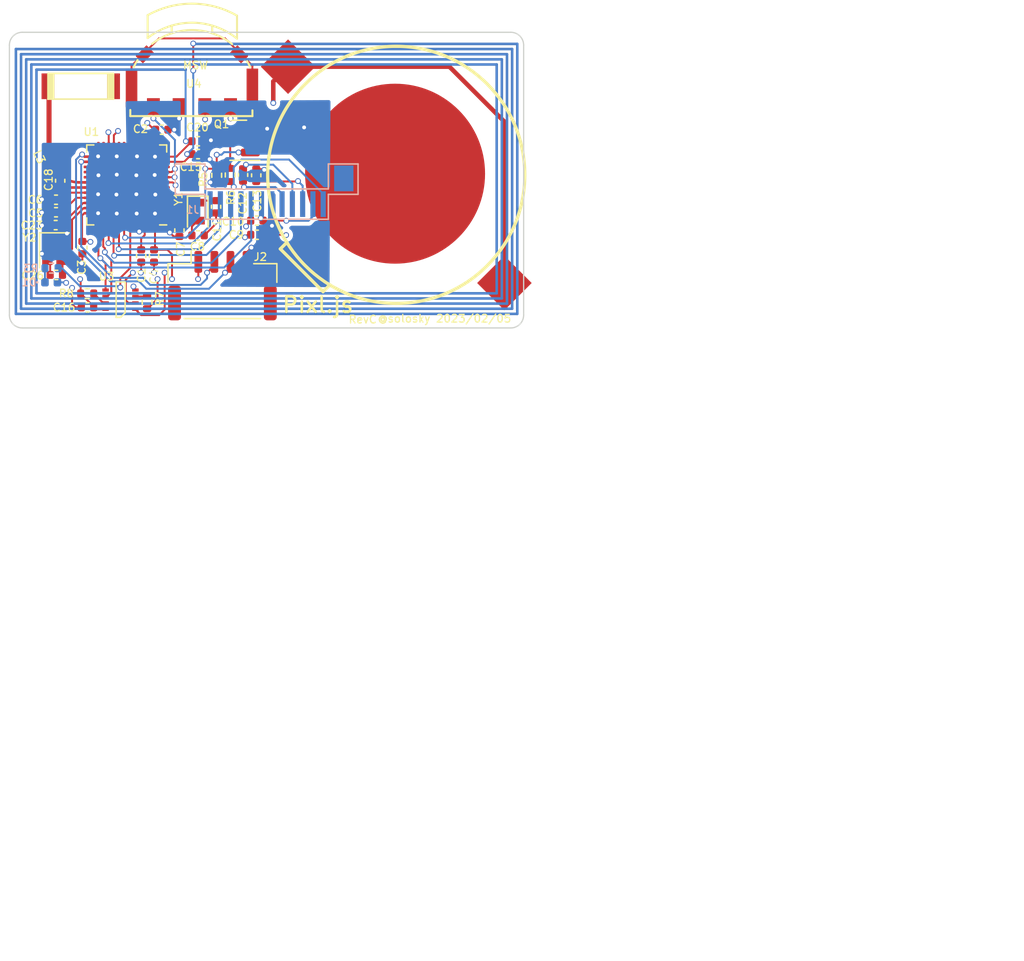
<source format=kicad_pcb>
(kicad_pcb (version 20211014) (generator pcbnew)
  (layers (0 "F.Cu" jumper) (1 "In1.Cu" signal) (2 "In2.Cu" signal) (31 "B.Cu" jumper) (34 "B.Paste" user) (35 "F.Paste" user) (36 "B.SilkS" user "B.Silkscreen") (37 "F.SilkS" user "F.Silkscreen") (38 "B.Mask" user) (39 "F.Mask" user) (44 "Edge.Cuts" user))
  (net 0 "")
  (net 1 "Net-(AE1-Pad1)")
  (net 2 "Net-(AE2-Pad1)")
  (net 3 "Net-(AE2-Pad2)")
  (net 5 "GND")
  (net 6 "Net-(C1-Pad2)")
  (net 7 "Net-(C5-Pad2)")
  (net 8 "Net-(C6-Pad2)")
  (net 9 "Net-(C7-Pad2)")
  (net 10 "Net-(C8-Pad2)")
  (net 11 "Net-(C11-Pad2)")
  (net 12 "Net-(C12-Pad2)")
  (net 13 "Net-(C13-Pad2)")
  (net 14 "Net-(C12-Pad1)")
  (net 15 "Net-(C18-Pad2)")
  (net 16 "Net-(J1-Pad12)")
  (net 17 "/BL")
  (net 18 "Net-(Q1-Pad3)")
  (net 19 "/K3")
  (net 20 "Net-(C23-Pad2)")
  (net 21 "unconnected-(U4-Pad5)")
  (net 22 "Net-(C26-Pad2)")
  (net 23 "Net-(D1-Pad1)")
  (net 24 "+3V3")
  (net 25 "/SDA")
  (net 26 "/SCL")
  (net 27 "/CSB")
  (net 28 "/DC")
  (net 29 "/RSTN")
  (net 30 "/SWDIO")
  (net 31 "/SWDCLK")
  (net 36 "/LED")
  (net 43 "Net-(R7-Pad1)")
  (net 45 "/K1")
  (net 46 "/K2")
  (net 47 "Net-(R8-Pad1)")
  (net 52 "/CSF")
  (net 53 "/SDI")
  (footprint "Resistor_SMD:R_0402_1005Metric" (layer "F.Cu") (at 90.125 72.125 90)
    (fp_text reference "R5")
    (fp_text value "10K")
  )
  (footprint "Capacitor_SMD:C_0402_1005Metric" (layer "F.Cu") (at 77.625 74.025)
    (fp_text reference "C6")
    (fp_text value "0.1uF")
  )
  (footprint "Package_DFN_QFN:QFN-48-1EP_6x6mm_P0.4mm_EP4.6x4.6mm" (layer "F.Cu") (at 83.125 72.875 180)
    (fp_text reference "U1")
    (fp_text value "nRF52832-QFxx")
  )
  (footprint "Inductor_SMD:L_0402_1005Metric" (layer "F.Cu") (at 77.35 70.525 -65)
    (fp_text reference "L3")
    (fp_text value "3.9nH")
  )
  (footprint "Capacitor_SMD:C_0402_1005Metric" (layer "F.Cu") (at 79.675 77.75 -90)
    (fp_text reference "C3")
    (fp_text value "0.1uF")
  )
  (footprint "MyLib:BAT-SMD_CR2032-3V" (layer "F.Cu") (at 104.089803 72.089803 45)
    (fp_text reference "BT1" hide)
    (fp_text value "Battery_Cell" hide)
  )
  (footprint "Capacitor_SMD:C_0402_1005Metric" (layer "F.Cu") (at 90.075 74.575 90)
    (fp_text reference "C11")
    (fp_text value "12pF")
  )
  (footprint "Capacitor_SMD:C_0402_1005Metric" (layer "F.Cu") (at 77.6 76)
    (fp_text reference "C23")
    (fp_text value "12pF")
  )
  (footprint "MyLib:MSW" (layer "F.Cu") (at 88.2 65.825)
    (fp_text reference "U4")
    (fp_text value "MSW")
  )
  (footprint "Crystal:Crystal_SMD_2016-4Pin_2.0x1.6mm" (layer "F.Cu") (at 77.5 77.95 -90)
    (fp_text reference "Y2")
    (fp_text value "32MHz")
  )
  (footprint "Resistor_SMD:R_0402_1005Metric" (layer "F.Cu") (at 91.175 72.1 -90)
    (fp_text reference "R6")
    (fp_text value "1K")
  )
  (footprint "Crystal:Crystal_SMD_2012-2Pin_2.0x1.2mm" (layer "F.Cu") (at 88.65 74.95 -90)
    (fp_text reference "Y1")
    (fp_text value "32.768K")
  )
  (footprint "MyLib:JST_GH_SM04B-GHS-TB_1x04-1MP_P1.25mm_Horizontal" (layer "F.Cu") (at 90.57 80.71)
    (fp_text reference "J2")
    (fp_text value "Conn_01x04")
  )
  (footprint "Capacitor_SMD:C_0402_1005Metric" (layer "F.Cu") (at 88.675 76.8 180)
    (fp_text reference "C8")
    (fp_text value "12pF")
  )
  (footprint "Capacitor_SMD:C_0402_1005Metric" (layer "F.Cu") (at 85.25 78.4 -90)
    (fp_text reference "C4")
    (fp_text value "4.7uF")
  )
  (footprint "Capacitor_SMD:C_0402_1005Metric" (layer "F.Cu") (at 80.075 82.4 180)
    (fp_text reference "C16")
    (fp_text value "0.1uF")
  )
  (footprint "Capacitor_SMD:C_0402_1005Metric" (layer "F.Cu") (at 93.2 72.125 -90)
    (fp_text reference "C13")
    (fp_text value "1uF/16V")
  )
  (footprint "Capacitor_SMD:C_0402_1005Metric" (layer "F.Cu") (at 88.675 69.475)
    (fp_text reference "C20")
    (fp_text value "180pF")
  )
  (footprint "Resistor_SMD:R_0402_1005Metric" (layer "F.Cu") (at 80.05 81.325 180)
    (fp_text reference "R8")
    (fp_text value "4.7K")
  )
  (footprint "MyLib:USON-8_3x2mm_0.5pich" (layer "F.Cu") (at 82.65 81.8 90)
    (fp_text reference "U3")
    (fp_text value "GD25Q16C")
  )
  (footprint "Capacitor_SMD:C_0402_1005Metric" (layer "F.Cu") (at 77.65 79.875)
    (fp_text reference "C26")
    (fp_text value "12pF")
  )
  (footprint "Capacitor_SMD:C_0402_1005Metric" (layer "F.Cu") (at 93.25 76.75 180)
    (fp_text reference "C9")
    (fp_text value "10uF")
  )
  (footprint "MyLib:AN2051" (layer "F.Cu") (at 79.55 65.2)
    (fp_text reference "AE1" hide)
    (fp_text value "Antenna")
  )
  (footprint "Resistor_SMD:R_0402_1005Metric" (layer "F.Cu") (at 84.71 81.99 -90)
    (fp_text reference "R7")
    (fp_text value "4.7K")
  )
  (footprint "Capacitor_SMD:C_0402_1005Metric" (layer "F.Cu") (at 77.95 72.55 90)
    (fp_text reference "C18")
    (fp_text value "0.8pF")
  )
  (footprint "Capacitor_SMD:C_0402_1005Metric" (layer "F.Cu") (at 85.85 68.575)
    (fp_text reference "C2")
    (fp_text value "0.1uF")
  )
  (footprint "Capacitor_SMD:C_0402_1005Metric" (layer "F.Cu") (at 93.25 75.65 180)
    (fp_text reference "C10")
    (fp_text value "0.1uF")
  )
  (footprint "Capacitor_SMD:C_0402_1005Metric" (layer "F.Cu") (at 77.625 75)
    (fp_text reference "C5")
    (fp_text value "0.1uF")
  )
  (footprint "Capacitor_SMD:C_0402_1005Metric" (layer "F.Cu") (at 84.25 78.4 90)
    (fp_text reference "C1")
    (fp_text value "1uF")
  )
  (footprint "Capacitor_SMD:C_0402_1005Metric" (layer "F.Cu") (at 88.675 70.475 180)
    (fp_text reference "C15")
    (fp_text value "180pF")
  )
  (footprint "Capacitor_SMD:C_0402_1005Metric" (layer "F.Cu") (at 92.175 72.1 -90)
    (fp_text reference "C12")
    (fp_text value "1uF/25V")
  )
  (footprint "Package_TO_SOT_SMD:SOT-23" (layer "F.Cu") (at 91.8 69.4 180)
    (fp_text reference "Q1")
    (fp_text value "AO3400A")
  )
  (footprint "Capacitor_SMD:C_0402_1005Metric" (layer "F.Cu") (at 87.225 76.4 90)
    (fp_text reference "C7")
    (fp_text value "0.1uF")
  )
  (footprint "Resistor_SMD:R_0402_1005Metric" (layer "B.Cu") (at 77.275 79.35)
    (fp_text reference "R3")
    (fp_text value "10K")
  )
  (footprint "LED_SMD:LED_0402_1005Metric" (layer "B.Cu") (at 77.25 80.45)
    (fp_text reference "D1")
    (fp_text value "LED_Small")
  )
  (footprint "MyLib:FPC_12 0.8mm" (layer "B.Cu") (at 94.01 74.365)
    (fp_text reference "J1")
    (fp_text value "Conn_01x12")
  )
  (footprint "MyLib:40x22MM_NFC_ANTENA" (layer "B.Cu") (at 147.705 129.905 180)
    (fp_text reference "AE2" hide)
    (fp_text value "Antenna_Loop")
  )
  (gr_arc (start 75 84) (mid 74.292893 83.707107) (end 74 83) (layer "Edge.Cuts") (width 0.1))
  (gr_line (start 75 84) (end 80.2 84) (layer "Edge.Cuts") (width 0.1))
  (gr_arc (start 74 62) (mid 74.292893 61.292893) (end 75 61) (layer "Edge.Cuts") (width 0.1))
  (gr_line (start 80.2 84) (end 113 84) (layer "Edge.Cuts") (width 0.1))
  (gr_line (start 74 62) (end 74 83) (layer "Edge.Cuts") (width 0.1))
  (gr_arc (start 113 61) (mid 113.707107 61.292893) (end 114 62) (layer "Edge.Cuts") (width 0.1))
  (gr_line (start 114 83) (end 114 62) (layer "Edge.Cuts") (width 0.1))
  (gr_line (start 113 61) (end 75 61) (layer "Edge.Cuts") (width 0.1))
  (gr_arc (start 114 83) (mid 113.707107 83.707107) (end 113 84) (layer "Edge.Cuts") (width 0.1))
  (gr_text "RevC" (at 101.48 83.34) (layer "F.SilkS") (effects (font (size 0.6 0.6) (thickness 0.1))))
  (gr_text "@solosky 2023/02/05" (at 107.84 83.27) (layer "F.SilkS") (effects (font (size 0.6 0.6) (thickness 0.1))))
  (gr_text "Pixl.js" (at 98 82.2) (layer "F.SilkS") (effects (font (size 1.2 1.2) (thickness 0.2))))
  (segment (start 77.082053 70.007053) (end 77.082053 65.398093) (width 0.3943) (layer "F.Cu") (net 1))
  (arc (start 77.082053 65.398093) (mid 77.060728 65.290886) (end 77 65.2) (width 0.3493) (layer "F.Cu") (net 1))
  (segment (start 86.075 71.075) (end 87.595 71.075) (width 0.15) (layer "F.Cu") (net 2))
  (segment (start 87.825 70.475) (end 88.195 70.475) (width 0.15) (layer "F.Cu") (net 2))
  (segment (start 88.3 61.875) (end 88.3 63.975) (width 0.15) (layer "F.Cu") (net 2))
  (segment (start 87.595 71.075) (end 88.195 70.475) (width 0.15) (layer "F.Cu") (net 2))
  (via (at 88.3 61.875) (size 0.45) (drill 0.3) (layers "F.Cu" "B.Cu") (net 2))
  (via (at 87.825 70.475) (size 0.45) (drill 0.3) (layers "F.Cu" "B.Cu") (net 2))
  (via (at 88.3 63.975) (size 0.45) (drill 0.3) (layers "F.Cu" "B.Cu") (net 2))
  (segment (start 88.3 63.975) (end 88.3 70) (width 0.15) (layer "B.Cu") (net 2))
  (segment (start 88.305 61.905) (end 88.3 61.9) (width 0.15) (layer "B.Cu") (net 2))
  (segment (start 88.3 61.9) (end 88.3 61.875) (width 0.15) (layer "B.Cu") (net 2))
  (segment (start 88.3 70) (end 87.825 70.475) (width 0.15) (layer "B.Cu") (net 2))
  (segment (start 86.995 70.675) (end 88.195 69.475) (width 0.15) (layer "F.Cu") (net 3))
  (segment (start 86.075 70.675) (end 86.995 70.675) (width 0.15) (layer "F.Cu") (net 3))
  (segment (start 87.725 69.475) (end 88.195 69.475) (width 0.15) (layer "F.Cu") (net 3))
  (via (at 87.725 69.475) (size 0.45) (drill 0.3) (layers "F.Cu" "B.Cu") (net 3))
  (segment (start 87.705 69.455) (end 87.705 63.905) (width 0.15) (layer "B.Cu") (net 3))
  (segment (start 87.725 69.475) (end 87.705 69.455) (width 0.15) (layer "B.Cu") (net 3))
  (segment (start 86.33 68.575) (end 86.825 68.575) (width 0.15) (layer "F.Cu") (net 5))
  (segment (start 94 68.45) (end 94.05 68.5) (width 0.15) (layer "F.Cu") (net 5))
  (segment (start 90.0105 75.725) (end 90.0105 75.9445) (width 0.15) (layer "F.Cu") (net 5))
  (segment (start 92.445 78.13) (end 92.825 77.75) (width 0.15) (layer "F.Cu") (net 5))
  (segment (start 89.6745 72.635) (end 89.6345 72.675) (width 0.15) (layer "F.Cu") (net 5))
  (segment (start 78.875 82.15) (end 78.875 80.8805) (width 0.15) (layer "F.Cu") (net 5))
  (segment (start 86.7795 76.88) (end 86.475 76.5755) (width 0.15) (layer "F.Cu") (net 5))
  (segment (start 77.17 79.875) (end 77.17 78.87) (width 0.15) (layer "F.Cu") (net 5))
  (segment (start 92.525 76.75) (end 92.325 76.95) (width 0.15) (layer "F.Cu") (net 5))
  (segment (start 93.77 71.645) (end 93.825 71.7) (width 0.15) (layer "F.Cu") (net 5))
  (segment (start 82.925 73.075) (end 83.125 72.875) (width 0.2) (layer "F.Cu") (net 5))
  (segment (start 84.25 79.6745) (end 84.225 79.6995) (width 0.15) (layer "F.Cu") (net 5))
  (segment (start 85.25 78.88) (end 85.25 79.6995) (width 0.15) (layer "F.Cu") (net 5))
  (segment (start 78.05 77.0755) (end 78.4755 76.65) (width 0.15) (layer "F.Cu") (net 5))
  (segment (start 78.05 77.25) (end 78.05 77.0755) (width 0.15) (layer "F.Cu") (net 5))
  (segment (start 92.445 78.86) (end 92.445 78.13) (width 0.15) (layer "F.Cu") (net 5))
  (segment (start 79.125 82.4) (end 78.875 82.15) (width 0.15) (layer "F.Cu") (net 5))
  (segment (start 84.125 75.825) (end 84.125 76.475) (width 0.15) (layer "F.Cu") (net 5))
  (segment (start 100.525 72) (end 96.925 68.4) (width 0.15) (layer "F.Cu") (net 5))
  (segment (start 92.7375 68.45) (end 94 68.45) (width 0.15) (layer "F.Cu") (net 5))
  (segment (start 79.675 78.925) (end 79.625 78.975) (width 0.15) (layer "F.Cu") (net 5))
  (segment (start 92.4095 76.0105) (end 92.77 75.65) (width 0.15) (layer "F.Cu") (net 5))
  (segment (start 76.5545 76) (end 76.5295 76.025) (width 0.15) (layer "F.Cu") (net 5))
  (segment (start 79.595 82.4) (end 79.125 82.4) (width 0.15) (layer "F.Cu") (net 5))
  (segment (start 104 72) (end 100.525 72) (width 0.15) (layer "F.Cu") (net 5))
  (segment (start 77.17 78.87) (end 76.95 78.65) (width 0.15) (layer "F.Cu") (net 5))
  (segment (start 90.075 75.055) (end 90.075 75.6605) (width 0.15) (layer "F.Cu") (net 5))
  (segment (start 83.65 80.9) (end 83.8 81.05) (width 0.15) (layer "F.Cu") (net 5))
  (segment (start 87.225 76.88) (end 86.7795 76.88) (width 0.15) (layer "F.Cu") (net 5))
  (segment (start 89.6 69.475) (end 89.675 69.4) (width 0.15) (layer "F.Cu") (net 5))
  (segment (start 79.675 78.23) (end 79.675 78.925) (width 0.15) (layer "F.Cu") (net 5))
  (segment (start 77.995 73.075) (end 77.95 73.03) (width 0.2) (layer "F.Cu") (net 5))
  (segment (start 80.175 73.075) (end 82.925 73.075) (width 0.2) (layer "F.Cu") (net 5))
  (segment (start 92.77 76.75) (end 92.525 76.75) (width 0.15) (layer "F.Cu") (net 5))
  (segment (start 77.12 76) (end 76.5545 76) (width 0.15) (layer "F.Cu") (net 5))
  (segment (start 76.5545 75) (end 76.5295 75.025) (width 0.15) (layer "F.Cu") (net 5))
  (segment (start 92.4095 76.1) (end 92.4095 76.0105) (width 0.15) (layer "F.Cu") (net 5))
  (segment (start 84.125 76.475) (end 84.1 76.5) (width 0.15) (layer "F.Cu") (net 5))
  (segment (start 90.125 72.635) (end 89.6745 72.635) (width 0.15) (layer "F.Cu") (net 5))
  (segment (start 83.65 80.775) (end 83.65 80.9) (width 0.15) (layer "F.Cu") (net 5))
  (segment (start 77.145 75) (end 76.5545 75) (width 0.15) (layer "F.Cu") (net 5))
  (segment (start 76.95 78.65) (end 76.95 78.6455) (width 0.15) (layer "F.Cu") (net 5))
  (segment (start 90.075 75.6605) (end 90.0105 75.725) (width 0.15) (layer "F.Cu") (net 5))
  (segment (start 93.2 71.645) (end 93.77 71.645) (width 0.15) (layer "F.Cu") (net 5))
  (segment (start 90.0105 75.9445) (end 89.155 76.8) (width 0.15) (layer "F.Cu") (net 5))
  (segment (start 89.175 70.475) (end 89.575 70.875) (width 0.15) (layer "F.Cu") (net 5))
  (segment (start 76.95 78.6455) (end 76.5295 78.225) (width 0.15) (layer "F.Cu") (net 5))
  (segment (start 76.575 74.025) (end 76.55 74) (width 0.15) (layer "F.Cu") (net 5))
  (segment (start 84.25 78.88) (end 84.25 79.6745) (width 0.15) (layer "F.Cu") (net 5))
  (segment (start 80.175 73.075) (end 77.995 73.075) (width 0.2) (layer "F.Cu") (net 5))
  (segment (start 77.145 74.025) (end 76.575 74.025) (width 0.15) (layer "F.Cu") (net 5))
  (segment (start 89.155 69.475) (end 89.6 69.475) (width 0.15) (layer "F.Cu") (net 5))
  (segment (start 89.155 70.475) (end 89.175 70.475) (width 0.15) (layer "F.Cu") (net 5))
  (segment (start 76.55 74) (end 76.5295 74) (width 0.15) (layer "F.Cu") (net 5))
  (segment (start 87.2 66.775) (end 87.2 67.7) (width 0.15) (layer "F.Cu") (net 5))
  (via (at 89.575 70.875) (size 0.45) (drill 0.3) (layers "F.Cu" "B.Cu") (net 5))
  (via (at 83.925 70.65) (size 0.45) (drill 0.3) (layers "F.Cu" "B.Cu") (net 5))
  (via (at 92.325 76.95) (size 0.45) (drill 0.3) (layers "F.Cu" "B.Cu") (net 5))
  (via (at 94.05 68.5) (size 0.45) (drill 0.3) (layers "F.Cu" "B.Cu") (net 5))
  (via (at 85.25 79.6995) (size 0.45) (drill 0.3) (layers "F.Cu" "B.Cu") (net 5))
  (via (at 78.4755 76.65) (size 0.45) (drill 0.3) (layers "F.Cu" "B.Cu") (net 5))
  (via (at 86.475 76.5755) (size 0.45) (drill 0.3) (layers "F.Cu" "B.Cu") (net 5))
  (via (at 94.425 76.05) (size 0.45) (drill 0.3) (layers "F.Cu" "B.Cu") (net 5))
  (via (at 93.825 71.7) (size 0.45) (drill 0.3) (layers "F.Cu" "B.Cu") (net 5))
  (via (at 76.5295 75.025) (size 0.45) (drill 0.3) (layers "F.Cu" "B.Cu") (net 5))
  (via (at 83.875 73.6) (size 0.45) (drill 0.3) (layers "F.Cu" "B.Cu") (net 5))
  (via (at 76.5295 76.025) (size 0.45) (drill 0.3) (layers "F.Cu" "B.Cu") (net 5))
  (via (at 92.825 77.75) (size 0.45) (drill 0.3) (layers "F.Cu" "B.Cu") (net 5))
  (via (at 85.3 72.1) (size 0.45) (drill 0.3) (layers "F.Cu" "B.Cu") (net 5))
  (via (at 85.35 73.625) (size 0.45) (drill 0.3) (layers "F.Cu" "B.Cu") (net 5))
  (via (at 79.625 78.975) (size 0.45) (drill 0.3) (layers "F.Cu" "B.Cu") (net 5))
  (via (at 86.825 68.575) (size 0.45) (drill 0.3) (layers "F.Cu" "B.Cu") (net 5))
  (via (at 84.1 76.5) (size 0.45) (drill 0.3) (layers "F.Cu" "B.Cu") (net 5))
  (via (at 96.925 68.4) (size 0.45) (drill 0.3) (layers "F.Cu" "B.Cu") (net 5))
  (via (at 80.9 70.65) (size 0.45) (drill 0.3) (layers "F.Cu" "B.Cu") (net 5))
  (via (at 76.5295 78.225) (size 0.45) (drill 0.3) (layers "F.Cu" "B.Cu") (net 5))
  (via (at 85.325 75.1) (size 0.45) (drill 0.3) (layers "F.Cu" "B.Cu") (net 5))
  (via (at 83.875 72.125) (size 0.45) (drill 0.3) (layers "F.Cu" "B.Cu") (net 5))
  (via (at 83.65 80.775) (size 0.45) (drill 0.3) (layers "F.Cu" "B.Cu") (net 5))
  (via (at 89.6345 72.675) (size 0.45) (drill 0.3) (layers "F.Cu" "B.Cu") (net 5))
  (via (at 82.325 73.625) (size 0.45) (drill 0.3) (layers "F.Cu" "B.Cu") (net 5))
  (via (at 87.2 67.7) (size 0.45) (drill 0.3) (layers "F.Cu" "B.Cu") (net 5))
  (via (at 82.35 72.075) (size 0.45) (drill 0.3) (layers "F.Cu" "B.Cu") (net 5))
  (via (at 80.925 72.125) (size 0.45) (drill 0.3) (layers "F.Cu" "B.Cu") (net 5))
  (via (at 80.9 75.075) (size 0.45) (drill 0.3) (layers "F.Cu" "B.Cu") (net 5))
  (via (at 76.5295 74) (size 0.45) (drill 0.3) (layers "F.Cu" "B.Cu") (net 5))
  (via (at 84.225 79.6995) (size 0.45) (drill 0.3) (layers "F.Cu" "B.Cu") (net 5))
  (via (at 89.675 69.4) (size 0.45) (drill 0.3) (layers "F.Cu" "B.Cu") (net 5))
  (via (at 85.325 70.675) (size 0.45) (drill 0.3) (layers "F.Cu" "B.Cu") (net 5))
  (via (at 78.875 80.8805) (size 0.45) (drill 0.3) (layers "F.Cu" "B.Cu") (net 5))
  (via (at 90.0105 75.725) (size 0.45) (drill 0.3) (layers "F.Cu" "B.Cu") (net 5))
  (via (at 83.9 75.1) (size 0.45) (drill 0.3) (layers "F.Cu" "B.Cu") (net 5))
  (via (at 80.9 73.6) (size 0.45) (drill 0.3) (layers "F.Cu" "B.Cu") (net 5))
  (via (at 92.4095 76.1) (size 0.45) (drill 0.3) (layers "F.Cu" "B.Cu") (net 5))
  (via (at 82.35 70.65) (size 0.45) (drill 0.3) (layers "F.Cu" "B.Cu") (net 5))
  (via (at 82.35 75.1) (size 0.45) (drill 0.3) (layers "F.Cu" "B.Cu") (net 5))
  (segment (start 94.41 74.365) (end 94.41 76.035) (width 0.15) (layer "B.Cu") (net 5))
  (segment (start 94.41 76.035) (end 94.425 76.05) (width 0.15) (layer "B.Cu") (net 5))
  (segment (start 84.525 76.775) (end 84.525 75.825) (width 0.15) (layer "F.Cu") (net 6))
  (segment (start 84.25 77.05) (end 84.525 76.775) (width 0.15) (layer "F.Cu") (net 6))
  (segment (start 84.25 77.05) (end 84.25 77.92) (width 0.15) (layer "F.Cu") (net 6))
  (segment (start 80.175 73.875) (end 79.205 73.875) (width 0.15) (layer "F.Cu") (net 7))
  (segment (start 79.205 73.875) (end 78.105 74.975) (width 0.15) (layer "F.Cu") (net 7))
  (segment (start 78.625 73.475) (end 80.175 73.475) (width 0.15) (layer "F.Cu") (net 8))
  (segment (start 78.105 74.025) (end 78.105 73.995) (width 0.15) (layer "F.Cu") (net 8))
  (segment (start 78.105 73.995) (end 78.625 73.475) (width 0.15) (layer "F.Cu") (net 8))
  (segment (start 86.075 75.075) (end 86.6 75.075) (width 0.15) (layer "F.Cu") (net 9))
  (segment (start 87.225 75.7) (end 87.225 75.92) (width 0.15) (layer "F.Cu") (net 9))
  (segment (start 86.6 75.075) (end 87.225 75.7) (width 0.15) (layer "F.Cu") (net 9))
  (segment (start 88.2 75.65) (end 88.65 75.65) (width 0.15) (layer "F.Cu") (net 10))
  (segment (start 88.195 76.105) (end 88.65 75.65) (width 0.15) (layer "F.Cu") (net 10))
  (segment (start 88.195 76.8) (end 88.195 76.105) (width 0.15) (layer "F.Cu") (net 10))
  (segment (start 86.075 74.675) (end 87.225 74.675) (width 0.15) (layer "F.Cu") (net 10))
  (segment (start 87.225 74.675) (end 88.2 75.65) (width 0.15) (layer "F.Cu") (net 10))
  (segment (start 90.075 74.095) (end 88.805 74.095) (width 0.15) (layer "F.Cu") (net 11))
  (segment (start 88.805 74.095) (end 88.65 74.25) (width 0.15) (layer "F.Cu") (net 11))
  (segment (start 88.625 74.275) (end 88.65 74.25) (width 0.15) (layer "F.Cu") (net 11))
  (segment (start 86.075 74.275) (end 88.625 74.275) (width 0.15) (layer "F.Cu") (net 11))
  (segment (start 92.175 72.58) (end 92.175 72.967206) (width 0.15) (layer "F.Cu") (net 12))
  (segment (start 92.175 72.967206) (end 92.250878 73.043084) (width 0.15) (layer "F.Cu") (net 12))
  (via (at 92.250878 73.043084) (size 0.45) (drill 0.3) (layers "F.Cu" "B.Cu") (net 12))
  (segment (start 95.21 73.565) (end 95.21 74.365) (width 0.15) (layer "B.Cu") (net 12))
  (segment (start 94.688084 73.043084) (end 95.21 73.565) (width 0.15) (layer "B.Cu") (net 12))
  (segment (start 92.250878 73.043084) (end 94.688084 73.043084) (width 0.15) (layer "B.Cu") (net 12))
  (segment (start 96.45 72.575) (end 96.42 72.605) (width 0.15) (layer "F.Cu") (net 13))
  (segment (start 96.42 72.605) (end 93.2 72.605) (width 0.15) (layer "F.Cu") (net 13))
  (via (at 96.45 72.575) (size 0.45) (drill 0.3) (layers "F.Cu" "B.Cu") (net 13))
  (segment (start 96.45 72.575) (end 96.81 72.935) (width 0.15) (layer "B.Cu") (net 13))
  (segment (start 96.81 72.935) (end 96.81 74.365) (width 0.15) (layer "B.Cu") (net 13))
  (segment (start 92.4 71.2995) (end 92.4 71.395) (width 0.15) (layer "F.Cu") (net 14))
  (segment (start 92.4 71.395) (end 92.175 71.62) (width 0.15) (layer "F.Cu") (net 14))
  (via (at 92.4 71.2995) (size 0.45) (drill 0.3) (layers "F.Cu" "B.Cu") (net 14))
  (segment (start 96.01 72.785) (end 96.01 74.365) (width 0.15) (layer "B.Cu") (net 14))
  (segment (start 92.4 71.2995) (end 94.5245 71.2995) (width 0.15) (layer "B.Cu") (net 14))
  (segment (start 94.5245 71.2995) (end 96.01 72.785) (width 0.15) (layer "B.Cu") (net 14))
  (segment (start 77.55497 70.964559) (end 77.55497 71.116314) (width 0.15) (layer "F.Cu") (net 15))
  (segment (start 77.95 72.07) (end 77.95 71.918245) (width 0.15) (layer "F.Cu") (net 15))
  (segment (start 80.175 72.675) (end 79.410599 72.675) (width 0.2) (layer "F.Cu") (net 15))
  (arc (start 79.410599 72.675) (mid 78.620128 72.517766) (end 77.95 72.07) (width 0.2) (layer "F.Cu") (net 15))
  (arc (start 77.55497 71.116314) (mid 77.657635 71.632445) (end 77.95 72.07) (width 0.3424) (layer "F.Cu") (net 15))
  (segment (start 91.175 72.61) (end 91.175 72.75) (width 0.15) (layer "F.Cu") (net 16))
  (segment (start 91.175 72.75) (end 91.45 73.025) (width 0.15) (layer "F.Cu") (net 16))
  (via (at 91.45 73.025) (size 0.45) (drill 0.3) (layers "F.Cu" "B.Cu") (net 16))
  (segment (start 92.05 70.9) (end 95.745 70.9) (width 0.15) (layer "B.Cu") (net 16))
  (segment (start 95.745 70.9) (end 98.41 73.565) (width 0.15) (layer "B.Cu") (net 16))
  (segment (start 91.45 71.5) (end 92.05 70.9) (width 0.15) (layer "B.Cu") (net 16))
  (segment (start 91.45 73.025) (end 91.45 71.5) (width 0.15) (layer "B.Cu") (net 16))
  (segment (start 98.41 73.565) (end 98.41 74.365) (width 0.15) (layer "B.Cu") (net 16))
  (segment (start 82.925 75.825) (end 82.925 76.9) (width 0.15) (layer "F.Cu") (net 17))
  (segment (start 91.825 70.35) (end 92.7375 70.35) (width 0.15) (layer "F.Cu") (net 17))
  (segment (start 90.125 71.615) (end 89.24 71.615) (width 0.15) (layer "F.Cu") (net 17))
  (segment (start 89.24 71.615) (end 89.235 71.61) (width 0.15) (layer "F.Cu") (net 17))
  (segment (start 82.925 76.9) (end 83 76.975) (width 0.15) (layer "F.Cu") (net 17))
  (segment (start 90.125 71.615) (end 90.125 70.525) (width 0.15) (layer "F.Cu") (net 17))
  (via (at 91.825 70.35) (size 0.45) (drill 0.3) (layers "F.Cu" "B.Cu") (net 17))
  (via (at 89.235 71.61) (size 0.45) (drill 0.3) (layers "F.Cu" "B.Cu") (net 17))
  (via (at 90.125 70.525) (size 0.45) (drill 0.3) (layers "F.Cu" "B.Cu") (net 17))
  (via (at 83 76.975) (size 0.45) (drill 0.3) (layers "F.Cu" "B.Cu") (net 17))
  (segment (start 87.75 76.975) (end 89.235 75.49) (width 0.15) (layer "B.Cu") (net 17))
  (segment (start 89.235 75.49) (end 89.235 71.61) (width 0.15) (layer "B.Cu") (net 17))
  (segment (start 90.125 70.525) (end 90.5 70.525) (width 0.15) (layer "B.Cu") (net 17))
  (segment (start 90.5 70.525) (end 90.7 70.325) (width 0.15) (layer "B.Cu") (net 17))
  (segment (start 90.7 70.325) (end 91.8 70.325) (width 0.15) (layer "B.Cu") (net 17))
  (segment (start 91.8 70.325) (end 91.825 70.35) (width 0.15) (layer "B.Cu") (net 17))
  (segment (start 83 76.975) (end 87.75 76.975) (width 0.15) (layer "B.Cu") (net 17))
  (segment (start 91.175 69.7125) (end 90.8625 69.4) (width 0.15) (layer "F.Cu") (net 18))
  (segment (start 91.175 71.59) (end 91.175 69.7125) (width 0.15) (layer "F.Cu") (net 18))
  (segment (start 91.2 67.7) (end 91.2 66.775) (width 0.15) (layer "F.Cu") (net 19))
  (segment (start 86.7 72.675) (end 86.925 72.9) (width 0.15) (layer "F.Cu") (net 19))
  (segment (start 86.075 72.675) (end 86.7 72.675) (width 0.15) (layer "F.Cu") (net 19))
  (via (at 91.2 67.7) (size 0.45) (drill 0.3) (layers "F.Cu" "B.Cu") (net 19))
  (via (at 86.925 72.9) (size 0.45) (drill 0.3) (layers "F.Cu" "B.Cu") (net 19))
  (segment (start 76.95 77.13) (end 76.95 77.25) (width 0.15) (layer "F.Cu") (net 20))
  (segment (start 78.08 75.945) (end 79.75 74.275) (width 0.15) (layer "F.Cu") (net 20))
  (segment (start 78.08 76) (end 78.08 75.945) (width 0.15) (layer "F.Cu") (net 20))
  (segment (start 79.75 74.275) (end 80.175 74.275) (width 0.15) (layer "F.Cu") (net 20))
  (segment (start 78.08 76) (end 76.95 77.13) (width 0.15) (layer "F.Cu") (net 20))
  (segment (start 83.5 65.325) (end 83.5 63.608) (width 0.15) (layer "F.Cu") (net 21))
  (segment (start 91.923 62.621) (end 92.9 63.598) (width 0.15) (layer "F.Cu") (net 21))
  (segment (start 84.494 62.614) (end 85.633 61.475) (width 0.15) (layer "F.Cu") (net 21))
  (segment (start 92.9 63.598) (end 92.9 65.325) (width 0.15) (layer "F.Cu") (net 21))
  (segment (start 85.633 61.475) (end 90.777 61.475) (width 0.15) (layer "F.Cu") (net 21))
  (segment (start 83.5 63.608) (end 84.494 62.614) (width 0.15) (layer "F.Cu") (net 21))
  (segment (start 90.777 61.475) (end 91.923 62.621) (width 0.15) (layer "F.Cu") (net 21))
  (segment (start 78.05 78.65) (end 78.075 78.65) (width 0.15) (layer "F.Cu") (net 22))
  (segment (start 78.875 75.575) (end 79.775 74.675) (width 0.15) (layer "F.Cu") (net 22))
  (segment (start 79.775 74.675) (end 80.175 74.675) (width 0.15) (layer "F.Cu") (net 22))
  (segment (start 78.13 79.875) (end 78.13 78.73) (width 0.15) (layer "F.Cu") (net 22))
  (segment (start 78.875 77.85) (end 78.875 75.575) (width 0.15) (layer "F.Cu") (net 22))
  (segment (start 78.13 78.73) (end 78.05 78.65) (width 0.15) (layer "F.Cu") (net 22))
  (segment (start 78.075 78.65) (end 78.875 77.85) (width 0.15) (layer "F.Cu") (net 22))
  (segment (start 76.765 79.35) (end 76.765 80.45) (width 0.15) (layer "B.Cu") (net 23))
  (segment (start 80.555 82.34) (end 79.54 81.325) (width 0.15) (layer "F.Cu") (net 24))
  (segment (start 85.25 68.575) (end 84.725 68.05) (width 0.15) (layer "F.Cu") (net 24))
  (segment (start 85.525 81.725) (end 84.75 82.5) (width 0.15) (layer "F.Cu") (net 24))
  (segment (start 80.555 82.4) (end 80.555 82.34) (width 0.15) (layer "F.Cu") (net 24))
  (segment (start 94.525 64.825464) (end 94.525 66.5) (width 0.3493) (layer "F.Cu") (net 24))
  (segment (start 79.675 77.27) (end 80.27 77.27) (width 0.15) (layer "F.Cu") (net 24))
  (segment (start 81.48 82.55) (end 80.705 82.55) (width 0.15) (layer "F.Cu") (net 24))
  (segment (start 80.27 77.27) (end 80.3 77.3) (width 0.15) (layer "F.Cu") (net 24))
  (segment (start 95.675232 63.675232) (end 94.525 64.825464) (width 0.3493) (layer "F.Cu") (net 24))
  (segment (start 79.54 80.24) (end 79.5 80.2) (width 0.15) (layer "F.Cu") (net 24))
  (segment (start 93.73 76.75) (end 95.5 76.75) (width 0.15) (layer "F.Cu") (net 24))
  (segment (start 95.5 76.75) (end 95.525 76.775) (width 0.15) (layer "F.Cu") (net 24))
  (segment (start 80.175 75.075) (end 79.825 75.075) (width 0.15) (layer "F.Cu") (net 24))
  (segment (start 93.73 75.65) (end 93.73 75.63) (width 0.15) (layer "F.Cu") (net 24))
  (segment (start 80.705 82.55) (end 80.555 82.4) (width 0.15) (layer "F.Cu") (net 24))
  (segment (start 84.75 82.5) (end 84.71 82.5) (width 0.15) (layer "F.Cu") (net 24))
  (segment (start 85.325 77.845) (end 85.25 77.92) (width 0.15) (layer "F.Cu") (net 24))
  (segment (start 86.64915 78.27415) (end 86.64915 80.19915) (width 0.15) (layer "F.Cu") (net 24))
  (segment (start 112.504374 67.954374) (end 112.504374 80.504374) (width 0.3493) (layer "F.Cu") (net 24))
  (segment (start 85.37 68.575) (end 85.25 68.575) (width 0.15) (layer "F.Cu") (net 24))
  (segment (start 85.325 75.825) (end 85.325 77.845) (width 0.15) (layer "F.Cu") (net 24))
  (segment (start 79.825 75.075) (end 79.65 75.25) (width 0.15) (layer "F.Cu") (net 24))
  (segment (start 85.525 80.19915) (end 85.525 81.725) (width 0.15) (layer "F.Cu") (net 24))
  (segment (start 95.529495 75.65) (end 95.541263 75.661768) (width 0.15) (layer "F.Cu") (net 24))
  (segment (start 79.65 75.25) (end 79.65 77.245) (width 0.15) (layer "F.Cu") (net 24))
  (segment (start 108.225232 63.675232) (end 112.504374 67.954374) (width 0.3493) (layer "F.Cu") (net 24))
  (segment (start 93.73 75.63) (end 93.55 75.45) (width 0.15) (layer "F.Cu") (net 24))
  (segment (start 85.25 77.92) (end 86.295 77.92) (width 0.15) (layer "F.Cu") (net 24))
  (segment (start 95.675232 63.675232) (end 108.225232 63.675232) (width 0.3493) (layer "F.Cu") (net 24))
  (segment (start 85.325 69.925) (end 85.325 68.62) (width 0.15) (layer "F.Cu") (net 24))
  (segment (start 88.695 80.18) (end 88.67585 80.19915) (width 0.15) (layer "F.Cu") (net 24))
  (segment (start 88.695 78.86) (end 88.695 80.18) (width 0.15) (layer "F.Cu") (net 24))
  (segment (start 85.325 68.62) (end 85.37 68.575) (width 0.15) (layer "F.Cu") (net 24))
  (segment (start 79.54 81.325) (end 79.54 80.24) (width 0.15) (layer "F.Cu") (net 24))
  (segment (start 79.65 77.245) (end 79.675 77.27) (width 0.15) (layer "F.Cu") (net 24))
  (segment (start 93.73 75.65) (end 95.529495 75.65) (width 0.15) (layer "F.Cu") (net 24))
  (segment (start 86.295 77.92) (end 86.64915 78.27415) (width 0.15) (layer "F.Cu") (net 24))
  (via (at 79.5 80.2) (size 0.45) (drill 0.3) (layers "F.Cu" "B.Cu") (net 24))
  (via (at 95.525 76.775) (size 0.45) (drill 0.3) (layers "F.Cu" "B.Cu") (net 24))
  (via (at 78.411965 80.487275) (size 0.45) (drill 0.3) (layers "F.Cu" "B.Cu") (net 24))
  (via (at 94.525 66.5) (size 0.45) (drill 0.3) (layers "F.Cu" "B.Cu") (net 24))
  (via (at 88.67585 80.19915) (size 0.45) (drill 0.3) (layers "F.Cu" "B.Cu") (net 24))
  (via (at 86.64915 80.19915) (size 0.45) (drill 0.3) (layers "F.Cu" "B.Cu") (net 24))
  (via (at 93.55 75.45) (size 0.45) (drill 0.3) (layers "F.Cu" "B.Cu") (net 24))
  (via (at 95.541263 75.661768) (size 0.45) (drill 0.3) (layers "F.Cu" "B.Cu") (net 24))
  (via (at 80.3 77.3) (size 0.45) (drill 0.3) (layers "F.Cu" "B.Cu") (net 24))
  (via (at 84.725 68.05) (size 0.45) (drill 0.3) (layers "F.Cu" "B.Cu") (net 24))
  (via (at 85.525 80.19915) (size 0.45) (drill 0.3) (layers "F.Cu" "B.Cu") (net 24))
  (segment (start 78.37469 80.45) (end 78.411965 80.487275) (width 0.15) (layer "B.Cu") (net 24))
  (segment (start 93.61 75.39) (end 93.61 74.365) (width 0.15) (layer "B.Cu") (net 24))
  (segment (start 97.263232 75.661768) (end 95.541263 75.661768) (width 0.15) (layer "B.Cu") (net 24))
  (segment (start 97.61 75.315) (end 97.263232 75.661768) (width 0.15) (layer "B.Cu") (net 24))
  (segment (start 93.55 75.45) (end 93.61 75.39) (width 0.15) (layer "B.Cu") (net 24))
  (segment (start 97.61 74.365) (end 97.61 75.315) (width 0.15) (layer "B.Cu") (net 24))
  (segment (start 77.735 80.45) (end 78.37469 80.45) (width 0.15) (layer "B.Cu") (net 24))
  (segment (start 81.48 78.98) (end 81.075 78.575) (width 0.15) (layer "F.Cu") (net 25))
  (segment (start 81.48 81.05) (end 81.48 78.98) (width 0.15) (layer "F.Cu") (net 25))
  (segment (start 80.925 75.825) (end 80.925 78.425) (width 0.15) (layer "F.Cu") (net 25))
  (segment (start 80.925 78.425) (end 81.075 78.575) (width 0.15) (layer "F.Cu") (net 25))
  (via (at 81.075 78.575) (size 0.45) (drill 0.3) (layers "F.Cu" "B.Cu") (net 25))
  (segment (start 81.8 79.3) (end 90.7 79.3) (width 0.15) (layer "B.Cu") (net 25))
  (segment (start 90.7 79.3) (end 92.81 77.19) (width 0.15) (layer "B.Cu") (net 25))
  (segment (start 81.075 78.575) (end 81.8 79.3) (width 0.15) (layer "B.Cu") (net 25))
  (segment (start 92.81 77.19) (end 92.81 74.365) (width 0.15) (layer "B.Cu") (net 25))
  (segment (start 81.425 78.1) (end 81.425 77.8) (width 0.15) (layer "F.Cu") (net 26))
  (segment (start 81.925 81.23) (end 81.925 78.715686) (width 0.15) (layer "F.Cu") (net 26))
  (segment (start 81.425 78.215686) (end 81.425 78.1) (width 0.15) (layer "F.Cu") (net 26))
  (segment (start 81.925 78.715686) (end 81.425 78.215686) (width 0.15) (layer "F.Cu") (net 26))
  (segment (start 81.3 77.675) (end 81.3 75.85) (width 0.15) (layer "F.Cu") (net 26))
  (segment (start 81.605 81.55) (end 81.925 81.23) (width 0.15) (layer "F.Cu") (net 26))
  (segment (start 81.48 81.55) (end 81.605 81.55) (width 0.15) (layer "F.Cu") (net 26))
  (segment (start 81.3 75.85) (end 81.325 75.825) (width 0.15) (layer "F.Cu") (net 26))
  (segment (start 81.425 77.8) (end 81.3 77.675) (width 0.15) (layer "F.Cu") (net 26))
  (via (at 81.425 78.1) (size 0.45) (drill 0.3) (layers "F.Cu" "B.Cu") (net 26))
  (segment (start 89.725 78.925) (end 92.01 76.64) (width 0.15) (layer "B.Cu") (net 26))
  (segment (start 92.01 76.64) (end 92.01 74.365) (width 0.15) (layer "B.Cu") (net 26))
  (segment (start 82.134314 78.925) (end 89.725 78.925) (width 0.15) (layer "B.Cu") (net 26))
  (segment (start 81.425 78.215686) (end 82.134314 78.925) (width 0.15) (layer "B.Cu") (net 26))
  (segment (start 81.425 78.1) (end 81.425 78.215686) (width 0.15) (layer "B.Cu") (net 26))
  (segment (start 81.7 77.4) (end 81.725 77.375) (width 0.15) (layer "F.Cu") (net 27))
  (segment (start 81.725 77.375) (end 81.725 75.825) (width 0.15) (layer "F.Cu") (net 27))
  (via (at 81.7 77.4) (size 0.45) (drill 0.3) (layers "F.Cu" "B.Cu") (net 27))
  (segment (start 81.7 77.4) (end 81.725 77.425) (width 0.15) (layer "B.Cu") (net 27))
  (segment (start 89.61 76.04) (end 89.61 74.365) (width 0.15) (layer "B.Cu") (net 27))
  (segment (start 88.225 77.425) (end 89.61 76.04) (width 0.15) (layer "B.Cu") (net 27))
  (segment (start 81.725 77.425) (end 88.225 77.425) (width 0.15) (layer "B.Cu") (net 27))
  (segment (start 82.1 75.85) (end 82.125 75.825) (width 0.15) (layer "F.Cu") (net 28))
  (segment (start 82.15 78.375) (end 82.1 78.325) (width 0.15) (layer "F.Cu") (net 28))
  (segment (start 82.1 78.325) (end 82.1 75.85) (width 0.15) (layer "F.Cu") (net 28))
  (via (at 82.15 78.375) (size 0.45) (drill 0.3) (layers "F.Cu" "B.Cu") (net 28))
  (segment (start 82.2 78.325) (end 89.325 78.325) (width 0.15) (layer "B.Cu") (net 28))
  (segment (start 82.15 78.375) (end 82.2 78.325) (width 0.15) (layer "B.Cu") (net 28))
  (segment (start 91.21 76.44) (end 91.21 74.365) (width 0.15) (layer "B.Cu") (net 28))
  (segment (start 89.325 78.325) (end 91.21 76.44) (width 0.15) (layer "B.Cu") (net 28))
  (segment (start 82.5 77.875) (end 82.525 77.85) (width 0.15) (layer "F.Cu") (net 29))
  (segment (start 82.525 77.85) (end 82.525 75.825) (width 0.15) (layer "F.Cu") (net 29))
  (via (at 82.5 77.875) (size 0.45) (drill 0.3) (layers "F.Cu" "B.Cu") (net 29))
  (segment (start 88.8 77.875) (end 90.41 76.265) (width 0.15) (layer "B.Cu") (net 29))
  (segment (start 90.41 76.265) (end 90.41 74.365) (width 0.15) (layer "B.Cu") (net 29))
  (segment (start 82.5 77.875) (end 88.8 77.875) (width 0.15) (layer "B.Cu") (net 29))
  (segment (start 80.175 71.075) (end 79.584388 71.075) (width 0.15) (layer "F.Cu") (net 30))
  (segment (start 89.945 79.13) (end 89.375 79.7) (width 0.15) (layer "F.Cu") (net 30))
  (segment (start 79.584388 71.075) (end 79.583888 71.0745) (width 0.15) (layer "F.Cu") (net 30))
  (segment (start 89.945 78.86) (end 89.945 79.13) (width 0.15) (layer "F.Cu") (net 30))
  (via (at 89.375 79.7) (size 0.45) (drill 0.3) (layers "F.Cu" "B.Cu") (net 30))
  (via (at 79.583888 71.0745) (size 0.45) (drill 0.3) (layers "F.Cu" "B.Cu") (net 30))
  (segment (start 79.583888 71.0745) (end 79.583888 77.658888) (width 0.15) (layer "B.Cu") (net 30))
  (segment (start 84.95 80.65) (end 84.3995 80.0995) (width 0.15) (layer "B.Cu") (net 30))
  (segment (start 83.433814 80.0995) (end 84.1745 80.0995) (width 0.15) (layer "B.Cu") (net 30))
  (segment (start 83.433314 80.1) (end 83.433814 80.0995) (width 0.15) (layer "B.Cu") (net 30))
  (segment (start 89.375 79.7) (end 89.375 80.15) (width 0.15) (layer "B.Cu") (net 30))
  (segment (start 79.583888 77.658888) (end 82.025 80.1) (width 0.15) (layer "B.Cu") (net 30))
  (segment (start 84.3995 80.0995) (end 84.1745 80.0995) (width 0.15) (layer "B.Cu") (net 30))
  (segment (start 82.025 80.1) (end 83.433314 80.1) (width 0.15) (layer "B.Cu") (net 30))
  (segment (start 84.1745 80.0995) (end 84.3495 80.0995) (width 0.15) (layer "B.Cu") (net 30))
  (segment (start 88.875 80.65) (end 84.95 80.65) (width 0.15) (layer "B.Cu") (net 30))
  (segment (start 89.375 80.15) (end 88.875 80.65) (width 0.15) (layer "B.Cu") (net 30))
  (segment (start 79.655862 70.505447) (end 79.825415 70.675) (width 0.15) (layer "F.Cu") (net 31))
  (segment (start 91.195 78.86) (end 91.195 79.28) (width 0.15) (layer "F.Cu") (net 31))
  (segment (start 79.825415 70.675) (end 80.175 70.675) (width 0.15) (layer "F.Cu") (net 31))
  (segment (start 91.195 79.28) (end 90.775 79.7) (width 0.15) (layer "F.Cu") (net 31))
  (via (at 79.655862 70.505447) (size 0.45) (drill 0.3) (layers "F.Cu" "B.Cu") (net 31))
  (via (at 90.775 79.7) (size 0.45) (drill 0.3) (layers "F.Cu" "B.Cu") (net 31))
  (segment (start 89.525 80.95) (end 90.775 79.7) (width 0.15) (layer "B.Cu") (net 31))
  (segment (start 84.075 80.375) (end 84.65 80.95) (width 0.15) (layer "B.Cu") (net 31))
  (segment (start 79.183888 77.708888) (end 81.85 80.375) (width 0.15) (layer "B.Cu") (net 31))
  (segment (start 84.65 80.95) (end 89.525 80.95) (width 0.15) (layer "B.Cu") (net 31))
  (segment (start 79.655862 70.505447) (end 79.587255 70.505447) (width 0.15) (layer "B.Cu") (net 31))
  (segment (start 79.183888 70.908814) (end 79.183888 77.708888) (width 0.15) (layer "B.Cu") (net 31))
  (segment (start 79.587255 70.505447) (end 79.183888 70.908814) (width 0.15) (layer "B.Cu") (net 31))
  (segment (start 81.85 80.375) (end 84.075 80.375) (width 0.15) (layer "B.Cu") (net 31))
  (segment (start 83.4 75.9) (end 83.325 75.825) (width 0.15) (layer "F.Cu") (net 36))
  (segment (start 83.4 79.334314) (end 83.4 75.9) (width 0.15) (layer "F.Cu") (net 36))
  (segment (start 82.625 80.109314) (end 83.4 79.334314) (width 0.15) (layer "F.Cu") (net 36))
  (segment (start 82.625 80.85) (end 82.625 80.109314) (width 0.15) (layer "F.Cu") (net 36))
  (via (at 82.625 80.85) (size 0.45) (drill 0.3) (layers "F.Cu" "B.Cu") (net 36))
  (segment (start 82.525 80.75) (end 79.484314 80.75) (width 0.15) (layer "B.Cu") (net 36))
  (segment (start 82.625 80.85) (end 82.525 80.75) (width 0.15) (layer "B.Cu") (net 36))
  (segment (start 79.484314 80.75) (end 78.084314 79.35) (width 0.15) (layer "B.Cu") (net 36))
  (segment (start 78.084314 79.35) (end 77.785 79.35) (width 0.15) (layer "B.Cu") (net 36))
  (segment (start 84.64 81.55) (end 84.71 81.48) (width 0.15) (layer "F.Cu") (net 43))
  (segment (start 83.8 81.55) (end 84.64 81.55) (width 0.15) (layer "F.Cu") (net 43))
  (segment (start 85.2 67.7) (end 85.2 66.775) (width 0.15) (layer "F.Cu") (net 45))
  (segment (start 86.075 71.875) (end 86.625 71.875) (width 0.15) (layer "F.Cu") (net 45))
  (segment (start 86.625 71.875) (end 86.875 71.625) (width 0.15) (layer "F.Cu") (net 45))
  (via (at 85.2 67.7) (size 0.45) (drill 0.3) (layers "F.Cu" "B.Cu") (net 45))
  (via (at 86.875 71.625) (size 0.45) (drill 0.3) (layers "F.Cu" "B.Cu") (net 45))
  (segment (start 86.875 71.625) (end 86.875 69.375) (width 0.15) (layer "B.Cu") (net 45))
  (segment (start 86.875 69.375) (end 85.2 67.7) (width 0.15) (layer "B.Cu") (net 45))
  (segment (start 89.225 66.8) (end 89.2 66.775) (width 0.15) (layer "F.Cu") (net 46))
  (segment (start 86.075 72.275) (end 86.85 72.275) (width 0.15) (layer "F.Cu") (net 46))
  (segment (start 89.225 67.775) (end 89.225 66.8) (width 0.15) (layer "F.Cu") (net 46))
  (via (at 89.225 67.775) (size 0.45) (drill 0.3) (layers "F.Cu" "B.Cu") (net 46))
  (via (at 86.85 72.275) (size 0.45) (drill 0.3) (layers "F.Cu" "B.Cu") (net 46))
  (segment (start 81.48 82.05) (end 81.285 82.05) (width 0.15) (layer "F.Cu") (net 47))
  (segment (start 81.285 82.05) (end 80.56 81.325) (width 0.15) (layer "F.Cu") (net 47))
  (segment (start 83.8 82.55) (end 84.25 83) (width 0.15) (layer "F.Cu") (net 52))
  (segment (start 85.65 83) (end 86.075 82.575) (width 0.15) (layer "F.Cu") (net 52))
  (segment (start 82.125 69) (end 82.125 69.925) (width 0.15) (layer "F.Cu") (net 52))
  (segment (start 82.45 68.675) (end 82.125 69) (width 0.15) (layer "F.Cu") (net 52))
  (segment (start 86.075 82.575) (end 86.075 79.7) (width 0.15) (layer "F.Cu") (net 52))
  (segment (start 84.25 83) (end 85.65 83) (width 0.15) (layer "F.Cu") (net 52))
  (via (at 82.45 68.675) (size 0.45) (drill 0.3) (layers "F.Cu" "B.Cu") (net 52))
  (via (at 86.075 79.7) (size 0.45) (drill 0.3) (layers "F.Cu" "B.Cu") (net 52))
  (segment (start 83.25 82.05) (end 83.05 81.85) (width 0.15) (layer "F.Cu") (net 53))
  (segment (start 81.725 68.8) (end 81.725 69.925) (width 0.15) (layer "F.Cu") (net 53))
  (segment (start 83.05 80.25) (end 83.6 79.7) (width 0.15) (layer "F.Cu") (net 53))
  (segment (start 81.7 68.775) (end 81.725 68.8) (width 0.15) (layer "F.Cu") (net 53))
  (segment (start 83.05 81.85) (end 83.05 80.25) (width 0.15) (layer "F.Cu") (net 53))
  (segment (start 83.8 82.05) (end 83.25 82.05) (width 0.15) (layer "F.Cu") (net 53))
  (via (at 81.7 68.775) (size 0.45) (drill 0.3) (layers "F.Cu" "B.Cu") (net 53))
  (via (at 83.6 79.7) (size 0.45) (drill 0.3) (layers "F.Cu" "B.Cu") (net 53))
  (zone (net 0) (net_name "") (layers "F.Cu" "In1.Cu" "In2.Cu" "B.Cu") (connect_pads yes (clearance 0)) (min_thickness 0.03)
    (keepout (tracks allowed) (vias allowed) (pads allowed) (copperpour not_allowed) (footprints allowed))
    (fill (thermal_gap 0.508) (thermal_bridge_width 0.508))
    (polygon (pts (xy 83.1 69.6) (xy 74.2 69.6) (xy 74.2 66.4) (xy 83.04 66.34)))
  )
  (zone (net 5) (net_name "GND") (layers "In1.Cu" "B.Cu") (connect_pads yes (clearance 0.308)) (min_thickness 0.254) (fill yes (thermal_gap 0.508) (thermal_bridge_width 0.508))
    (polygon (pts (xy 98.9 80.825) (xy 86.08 80.78) (xy 86.08 83.58) (xy 74.2 83.45) (xy 74.2 66.4) (xy 98.975 66.275)))
  )
)
</source>
